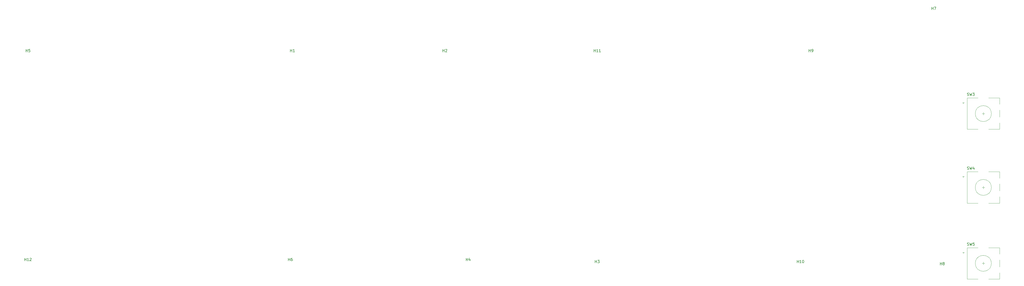
<source format=gbr>
G04 #@! TF.GenerationSoftware,KiCad,Pcbnew,(5.1.4)-1*
G04 #@! TF.CreationDate,2024-04-11T21:59:36-07:00*
G04 #@! TF.ProjectId,keeb,6b656562-2e6b-4696-9361-645f70636258,rev?*
G04 #@! TF.SameCoordinates,Original*
G04 #@! TF.FileFunction,Legend,Top*
G04 #@! TF.FilePolarity,Positive*
%FSLAX46Y46*%
G04 Gerber Fmt 4.6, Leading zero omitted, Abs format (unit mm)*
G04 Created by KiCad (PCBNEW (5.1.4)-1) date 2024-04-11 21:59:36*
%MOMM*%
%LPD*%
G04 APERTURE LIST*
%ADD10C,0.120000*%
%ADD11C,0.150000*%
G04 APERTURE END LIST*
D10*
X402612500Y-136643750D02*
G75*
G03X402612500Y-136643750I-3000000J0D01*
G01*
X401612500Y-130743750D02*
X405712500Y-130743750D01*
X405712500Y-142543750D02*
X401612500Y-142543750D01*
X397612500Y-142543750D02*
X393512500Y-142543750D01*
X397612500Y-130743750D02*
X393512500Y-130743750D01*
X393512500Y-130743750D02*
X393512500Y-142543750D01*
X392112500Y-132843750D02*
X391812500Y-132543750D01*
X391812500Y-132543750D02*
X392412500Y-132543750D01*
X392412500Y-132543750D02*
X392112500Y-132843750D01*
X405712500Y-130743750D02*
X405712500Y-133143750D01*
X405712500Y-135343750D02*
X405712500Y-137943750D01*
X405712500Y-140143750D02*
X405712500Y-142543750D01*
X399612500Y-136143750D02*
X399612500Y-137143750D01*
X399112500Y-136643750D02*
X400112500Y-136643750D01*
X402612500Y-108068750D02*
G75*
G03X402612500Y-108068750I-3000000J0D01*
G01*
X401612500Y-102168750D02*
X405712500Y-102168750D01*
X405712500Y-113968750D02*
X401612500Y-113968750D01*
X397612500Y-113968750D02*
X393512500Y-113968750D01*
X397612500Y-102168750D02*
X393512500Y-102168750D01*
X393512500Y-102168750D02*
X393512500Y-113968750D01*
X392112500Y-104268750D02*
X391812500Y-103968750D01*
X391812500Y-103968750D02*
X392412500Y-103968750D01*
X392412500Y-103968750D02*
X392112500Y-104268750D01*
X405712500Y-102168750D02*
X405712500Y-104568750D01*
X405712500Y-106768750D02*
X405712500Y-109368750D01*
X405712500Y-111568750D02*
X405712500Y-113968750D01*
X399612500Y-107568750D02*
X399612500Y-108568750D01*
X399112500Y-108068750D02*
X400112500Y-108068750D01*
X402612500Y-80287500D02*
G75*
G03X402612500Y-80287500I-3000000J0D01*
G01*
X401612500Y-74387500D02*
X405712500Y-74387500D01*
X405712500Y-86187500D02*
X401612500Y-86187500D01*
X397612500Y-86187500D02*
X393512500Y-86187500D01*
X397612500Y-74387500D02*
X393512500Y-74387500D01*
X393512500Y-74387500D02*
X393512500Y-86187500D01*
X392112500Y-76487500D02*
X391812500Y-76187500D01*
X391812500Y-76187500D02*
X392412500Y-76187500D01*
X392412500Y-76187500D02*
X392112500Y-76487500D01*
X405712500Y-74387500D02*
X405712500Y-76787500D01*
X405712500Y-78987500D02*
X405712500Y-81587500D01*
X405712500Y-83787500D02*
X405712500Y-86187500D01*
X399612500Y-79787500D02*
X399612500Y-80787500D01*
X399112500Y-80287500D02*
X400112500Y-80287500D01*
D11*
X393579166Y-129848511D02*
X393722023Y-129896130D01*
X393960119Y-129896130D01*
X394055357Y-129848511D01*
X394102976Y-129800892D01*
X394150595Y-129705654D01*
X394150595Y-129610416D01*
X394102976Y-129515178D01*
X394055357Y-129467559D01*
X393960119Y-129419940D01*
X393769642Y-129372321D01*
X393674404Y-129324702D01*
X393626785Y-129277083D01*
X393579166Y-129181845D01*
X393579166Y-129086607D01*
X393626785Y-128991369D01*
X393674404Y-128943750D01*
X393769642Y-128896130D01*
X394007738Y-128896130D01*
X394150595Y-128943750D01*
X394483928Y-128896130D02*
X394722023Y-129896130D01*
X394912500Y-129181845D01*
X395102976Y-129896130D01*
X395341071Y-128896130D01*
X396198214Y-128896130D02*
X395722023Y-128896130D01*
X395674404Y-129372321D01*
X395722023Y-129324702D01*
X395817261Y-129277083D01*
X396055357Y-129277083D01*
X396150595Y-129324702D01*
X396198214Y-129372321D01*
X396245833Y-129467559D01*
X396245833Y-129705654D01*
X396198214Y-129800892D01*
X396150595Y-129848511D01*
X396055357Y-129896130D01*
X395817261Y-129896130D01*
X395722023Y-129848511D01*
X395674404Y-129800892D01*
X393579166Y-101273511D02*
X393722023Y-101321130D01*
X393960119Y-101321130D01*
X394055357Y-101273511D01*
X394102976Y-101225892D01*
X394150595Y-101130654D01*
X394150595Y-101035416D01*
X394102976Y-100940178D01*
X394055357Y-100892559D01*
X393960119Y-100844940D01*
X393769642Y-100797321D01*
X393674404Y-100749702D01*
X393626785Y-100702083D01*
X393579166Y-100606845D01*
X393579166Y-100511607D01*
X393626785Y-100416369D01*
X393674404Y-100368750D01*
X393769642Y-100321130D01*
X394007738Y-100321130D01*
X394150595Y-100368750D01*
X394483928Y-100321130D02*
X394722023Y-101321130D01*
X394912500Y-100606845D01*
X395102976Y-101321130D01*
X395341071Y-100321130D01*
X396150595Y-100654464D02*
X396150595Y-101321130D01*
X395912500Y-100273511D02*
X395674404Y-100987797D01*
X396293452Y-100987797D01*
X393579166Y-73492261D02*
X393722023Y-73539880D01*
X393960119Y-73539880D01*
X394055357Y-73492261D01*
X394102976Y-73444642D01*
X394150595Y-73349404D01*
X394150595Y-73254166D01*
X394102976Y-73158928D01*
X394055357Y-73111309D01*
X393960119Y-73063690D01*
X393769642Y-73016071D01*
X393674404Y-72968452D01*
X393626785Y-72920833D01*
X393579166Y-72825595D01*
X393579166Y-72730357D01*
X393626785Y-72635119D01*
X393674404Y-72587500D01*
X393769642Y-72539880D01*
X394007738Y-72539880D01*
X394150595Y-72587500D01*
X394483928Y-72539880D02*
X394722023Y-73539880D01*
X394912500Y-72825595D01*
X395102976Y-73539880D01*
X395341071Y-72539880D01*
X395626785Y-72539880D02*
X396245833Y-72539880D01*
X395912500Y-72920833D01*
X396055357Y-72920833D01*
X396150595Y-72968452D01*
X396198214Y-73016071D01*
X396245833Y-73111309D01*
X396245833Y-73349404D01*
X396198214Y-73444642D01*
X396150595Y-73492261D01*
X396055357Y-73539880D01*
X395769642Y-73539880D01*
X395674404Y-73492261D01*
X395626785Y-73444642D01*
X40036904Y-135664880D02*
X40036904Y-134664880D01*
X40036904Y-135141071D02*
X40608333Y-135141071D01*
X40608333Y-135664880D02*
X40608333Y-134664880D01*
X41608333Y-135664880D02*
X41036904Y-135664880D01*
X41322619Y-135664880D02*
X41322619Y-134664880D01*
X41227380Y-134807738D01*
X41132142Y-134902976D01*
X41036904Y-134950595D01*
X41989285Y-134760119D02*
X42036904Y-134712500D01*
X42132142Y-134664880D01*
X42370238Y-134664880D01*
X42465476Y-134712500D01*
X42513095Y-134760119D01*
X42560714Y-134855357D01*
X42560714Y-134950595D01*
X42513095Y-135093452D01*
X41941666Y-135664880D01*
X42560714Y-135664880D01*
X253555654Y-57083630D02*
X253555654Y-56083630D01*
X253555654Y-56559821D02*
X254127083Y-56559821D01*
X254127083Y-57083630D02*
X254127083Y-56083630D01*
X255127083Y-57083630D02*
X254555654Y-57083630D01*
X254841369Y-57083630D02*
X254841369Y-56083630D01*
X254746130Y-56226488D01*
X254650892Y-56321726D01*
X254555654Y-56369345D01*
X256079464Y-57083630D02*
X255508035Y-57083630D01*
X255793750Y-57083630D02*
X255793750Y-56083630D01*
X255698511Y-56226488D01*
X255603273Y-56321726D01*
X255508035Y-56369345D01*
X329755654Y-136458630D02*
X329755654Y-135458630D01*
X329755654Y-135934821D02*
X330327083Y-135934821D01*
X330327083Y-136458630D02*
X330327083Y-135458630D01*
X331327083Y-136458630D02*
X330755654Y-136458630D01*
X331041369Y-136458630D02*
X331041369Y-135458630D01*
X330946130Y-135601488D01*
X330850892Y-135696726D01*
X330755654Y-135744345D01*
X331946130Y-135458630D02*
X332041369Y-135458630D01*
X332136607Y-135506250D01*
X332184226Y-135553869D01*
X332231845Y-135649107D01*
X332279464Y-135839583D01*
X332279464Y-136077678D01*
X332231845Y-136268154D01*
X332184226Y-136363392D01*
X332136607Y-136411011D01*
X332041369Y-136458630D01*
X331946130Y-136458630D01*
X331850892Y-136411011D01*
X331803273Y-136363392D01*
X331755654Y-136268154D01*
X331708035Y-136077678D01*
X331708035Y-135839583D01*
X331755654Y-135649107D01*
X331803273Y-135553869D01*
X331850892Y-135506250D01*
X331946130Y-135458630D01*
X334200595Y-57083630D02*
X334200595Y-56083630D01*
X334200595Y-56559821D02*
X334772023Y-56559821D01*
X334772023Y-57083630D02*
X334772023Y-56083630D01*
X335295833Y-57083630D02*
X335486309Y-57083630D01*
X335581547Y-57036011D01*
X335629166Y-56988392D01*
X335724404Y-56845535D01*
X335772023Y-56655059D01*
X335772023Y-56274107D01*
X335724404Y-56178869D01*
X335676785Y-56131250D01*
X335581547Y-56083630D01*
X335391071Y-56083630D01*
X335295833Y-56131250D01*
X335248214Y-56178869D01*
X335200595Y-56274107D01*
X335200595Y-56512202D01*
X335248214Y-56607440D01*
X335295833Y-56655059D01*
X335391071Y-56702678D01*
X335581547Y-56702678D01*
X335676785Y-56655059D01*
X335724404Y-56607440D01*
X335772023Y-56512202D01*
X383413095Y-137252380D02*
X383413095Y-136252380D01*
X383413095Y-136728571D02*
X383984523Y-136728571D01*
X383984523Y-137252380D02*
X383984523Y-136252380D01*
X384603571Y-136680952D02*
X384508333Y-136633333D01*
X384460714Y-136585714D01*
X384413095Y-136490476D01*
X384413095Y-136442857D01*
X384460714Y-136347619D01*
X384508333Y-136300000D01*
X384603571Y-136252380D01*
X384794047Y-136252380D01*
X384889285Y-136300000D01*
X384936904Y-136347619D01*
X384984523Y-136442857D01*
X384984523Y-136490476D01*
X384936904Y-136585714D01*
X384889285Y-136633333D01*
X384794047Y-136680952D01*
X384603571Y-136680952D01*
X384508333Y-136728571D01*
X384460714Y-136776190D01*
X384413095Y-136871428D01*
X384413095Y-137061904D01*
X384460714Y-137157142D01*
X384508333Y-137204761D01*
X384603571Y-137252380D01*
X384794047Y-137252380D01*
X384889285Y-137204761D01*
X384936904Y-137157142D01*
X384984523Y-137061904D01*
X384984523Y-136871428D01*
X384936904Y-136776190D01*
X384889285Y-136728571D01*
X384794047Y-136680952D01*
X380238095Y-41208630D02*
X380238095Y-40208630D01*
X380238095Y-40684821D02*
X380809523Y-40684821D01*
X380809523Y-41208630D02*
X380809523Y-40208630D01*
X381190476Y-40208630D02*
X381857142Y-40208630D01*
X381428571Y-41208630D01*
X138938095Y-135664880D02*
X138938095Y-134664880D01*
X138938095Y-135141071D02*
X139509523Y-135141071D01*
X139509523Y-135664880D02*
X139509523Y-134664880D01*
X140414285Y-134664880D02*
X140223809Y-134664880D01*
X140128571Y-134712500D01*
X140080952Y-134760119D01*
X139985714Y-134902976D01*
X139938095Y-135093452D01*
X139938095Y-135474404D01*
X139985714Y-135569642D01*
X140033333Y-135617261D01*
X140128571Y-135664880D01*
X140319047Y-135664880D01*
X140414285Y-135617261D01*
X140461904Y-135569642D01*
X140509523Y-135474404D01*
X140509523Y-135236309D01*
X140461904Y-135141071D01*
X140414285Y-135093452D01*
X140319047Y-135045833D01*
X140128571Y-135045833D01*
X140033333Y-135093452D01*
X139985714Y-135141071D01*
X139938095Y-135236309D01*
X40513095Y-57083630D02*
X40513095Y-56083630D01*
X40513095Y-56559821D02*
X41084523Y-56559821D01*
X41084523Y-57083630D02*
X41084523Y-56083630D01*
X42036904Y-56083630D02*
X41560714Y-56083630D01*
X41513095Y-56559821D01*
X41560714Y-56512202D01*
X41655952Y-56464583D01*
X41894047Y-56464583D01*
X41989285Y-56512202D01*
X42036904Y-56559821D01*
X42084523Y-56655059D01*
X42084523Y-56893154D01*
X42036904Y-56988392D01*
X41989285Y-57036011D01*
X41894047Y-57083630D01*
X41655952Y-57083630D01*
X41560714Y-57036011D01*
X41513095Y-56988392D01*
X205613095Y-135664880D02*
X205613095Y-134664880D01*
X205613095Y-135141071D02*
X206184523Y-135141071D01*
X206184523Y-135664880D02*
X206184523Y-134664880D01*
X207089285Y-134998214D02*
X207089285Y-135664880D01*
X206851190Y-134617261D02*
X206613095Y-135331547D01*
X207232142Y-135331547D01*
X254031845Y-136458630D02*
X254031845Y-135458630D01*
X254031845Y-135934821D02*
X254603273Y-135934821D01*
X254603273Y-136458630D02*
X254603273Y-135458630D01*
X254984226Y-135458630D02*
X255603273Y-135458630D01*
X255269940Y-135839583D01*
X255412797Y-135839583D01*
X255508035Y-135887202D01*
X255555654Y-135934821D01*
X255603273Y-136030059D01*
X255603273Y-136268154D01*
X255555654Y-136363392D01*
X255508035Y-136411011D01*
X255412797Y-136458630D01*
X255127083Y-136458630D01*
X255031845Y-136411011D01*
X254984226Y-136363392D01*
X196881845Y-57083630D02*
X196881845Y-56083630D01*
X196881845Y-56559821D02*
X197453273Y-56559821D01*
X197453273Y-57083630D02*
X197453273Y-56083630D01*
X197881845Y-56178869D02*
X197929464Y-56131250D01*
X198024702Y-56083630D01*
X198262797Y-56083630D01*
X198358035Y-56131250D01*
X198405654Y-56178869D01*
X198453273Y-56274107D01*
X198453273Y-56369345D01*
X198405654Y-56512202D01*
X197834226Y-57083630D01*
X198453273Y-57083630D01*
X139731845Y-57083630D02*
X139731845Y-56083630D01*
X139731845Y-56559821D02*
X140303273Y-56559821D01*
X140303273Y-57083630D02*
X140303273Y-56083630D01*
X141303273Y-57083630D02*
X140731845Y-57083630D01*
X141017559Y-57083630D02*
X141017559Y-56083630D01*
X140922321Y-56226488D01*
X140827083Y-56321726D01*
X140731845Y-56369345D01*
M02*

</source>
